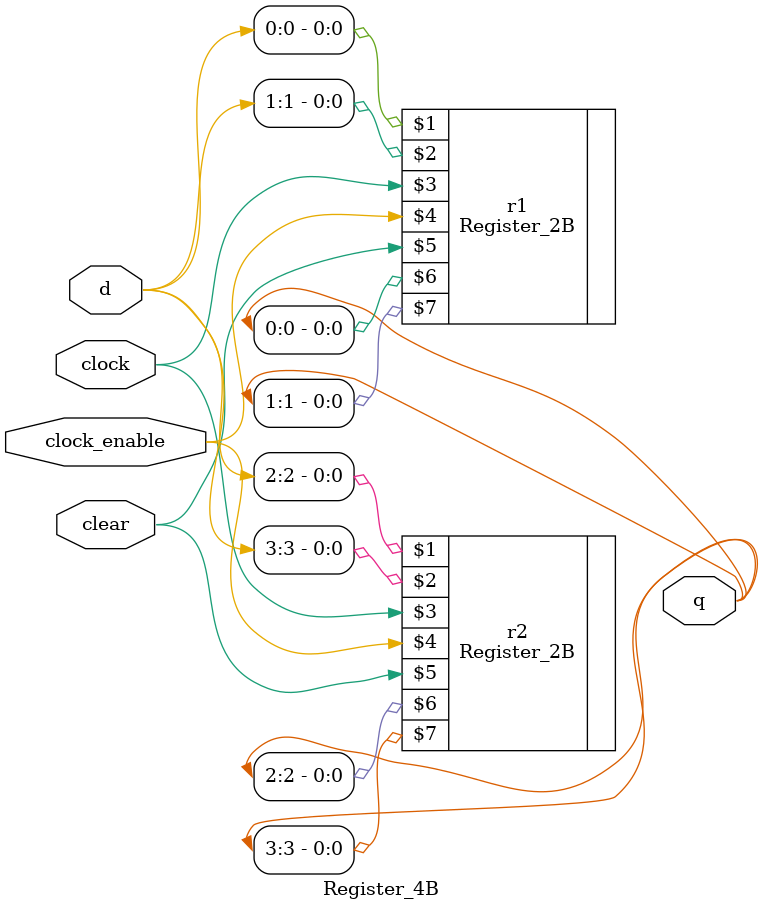
<source format=v>
`include "Register_2B.v"
module Register_4B (d, clock, clock_enable, clear, q);
    input[3:0] d;
    input clock, clock_enable, clear;
    output[3:0] q;

    Register_2B r1(d[0], d[1], clock, clock_enable, clear, q[0], q[1]);
    Register_2B r2(d[2], d[3], clock, clock_enable, clear, q[2], q[3]);
    
endmodule
</source>
